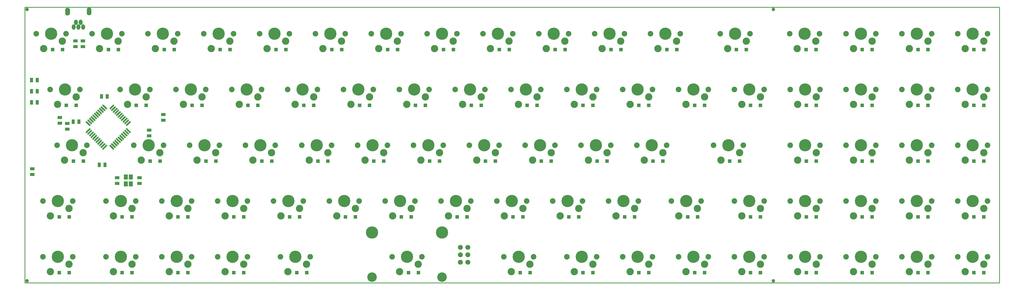
<source format=gbs>
G04 (created by PCBNEW (2013-02-13 BZR 3947)-testing) date 2016.01.05 20:59:58*
%MOIN*%
G04 Gerber Fmt 3.4, Leading zero omitted, Abs format*
%FSLAX34Y34*%
G01*
G70*
G90*
G04 APERTURE LIST*
%ADD10C,0.08*%
%ADD11C,0.009*%
%ADD12C,0.098*%
%ADD13C,0.165*%
%ADD14C,0.075*%
%ADD15C,0.128*%
%ADD16R,0.043X0.063*%
%ADD17C,0.0473701*%
%ADD18C,0.0631181*%
%ADD19O,0.0631181X0.106425*%
%ADD20O,0.0513X0.073*%
%ADD21R,0.0473701X0.0473701*%
%ADD22C,0.024*%
%ADD23R,0.063X0.043*%
%ADD24C,0.0670551*%
%ADD25R,0.0552441X0.0709921*%
G04 APERTURE END LIST*
G54D10*
G54D11*
X100976Y-37191D02*
X131076Y-37191D01*
X100976Y-141D02*
X131076Y-141D01*
X176Y-37191D02*
X176Y-141D01*
X100976Y-37191D02*
X176Y-37191D01*
X131076Y-141D02*
X131076Y-37191D01*
X176Y-141D02*
X100976Y-141D01*
G54D12*
X5526Y-20691D03*
X8026Y-19691D03*
G54D13*
X6526Y-18691D03*
G54D14*
X8526Y-18691D03*
X4526Y-18691D03*
G54D12*
X93676Y-20691D03*
X96176Y-19691D03*
G54D13*
X94676Y-18691D03*
G54D14*
X96676Y-18691D03*
X92676Y-18691D03*
G54D12*
X4576Y-13191D03*
X7076Y-12191D03*
G54D13*
X5576Y-11191D03*
G54D14*
X7576Y-11191D03*
X3576Y-11191D03*
G54D12*
X94576Y-5691D03*
X97076Y-4691D03*
G54D13*
X95576Y-3691D03*
G54D14*
X97576Y-3691D03*
X93576Y-3691D03*
G54D12*
X65526Y-35691D03*
X68026Y-34691D03*
G54D13*
X66526Y-33691D03*
G54D14*
X68526Y-33691D03*
X64526Y-33691D03*
G54D12*
X3626Y-28191D03*
X6126Y-27191D03*
G54D13*
X4626Y-26191D03*
G54D14*
X6626Y-26191D03*
X2626Y-26191D03*
G54D12*
X35526Y-35691D03*
X38026Y-34691D03*
G54D13*
X36526Y-33691D03*
G54D14*
X38526Y-33691D03*
X34526Y-33691D03*
G54D12*
X88026Y-28191D03*
X90526Y-27191D03*
G54D13*
X89026Y-26191D03*
G54D14*
X91026Y-26191D03*
X87026Y-26191D03*
G54D12*
X3626Y-35691D03*
X6126Y-34691D03*
G54D13*
X4626Y-33691D03*
G54D14*
X6626Y-33691D03*
X2626Y-33691D03*
G54D12*
X81476Y-13191D03*
X83976Y-12191D03*
G54D13*
X82476Y-11191D03*
G54D14*
X84476Y-11191D03*
X80476Y-11191D03*
G54D12*
X43976Y-13191D03*
X46476Y-12191D03*
G54D13*
X44976Y-11191D03*
G54D14*
X46976Y-11191D03*
X42976Y-11191D03*
G54D12*
X51476Y-13191D03*
X53976Y-12191D03*
G54D13*
X52476Y-11191D03*
G54D14*
X54476Y-11191D03*
X50476Y-11191D03*
G54D12*
X58976Y-13191D03*
X61476Y-12191D03*
G54D13*
X59976Y-11191D03*
G54D14*
X61976Y-11191D03*
X57976Y-11191D03*
G54D12*
X66476Y-13191D03*
X68976Y-12191D03*
G54D13*
X67476Y-11191D03*
G54D14*
X69476Y-11191D03*
X65476Y-11191D03*
G54D12*
X73976Y-13191D03*
X76476Y-12191D03*
G54D13*
X74976Y-11191D03*
G54D14*
X76976Y-11191D03*
X72976Y-11191D03*
G54D12*
X23326Y-20691D03*
X25826Y-19691D03*
G54D13*
X24326Y-18691D03*
G54D14*
X26326Y-18691D03*
X22326Y-18691D03*
G54D12*
X88976Y-13191D03*
X91476Y-12191D03*
G54D13*
X89976Y-11191D03*
G54D14*
X91976Y-11191D03*
X87976Y-11191D03*
G54D12*
X96476Y-13191D03*
X98976Y-12191D03*
G54D13*
X97476Y-11191D03*
G54D14*
X99476Y-11191D03*
X95476Y-11191D03*
G54D12*
X15826Y-20691D03*
X18326Y-19691D03*
G54D13*
X16826Y-18691D03*
G54D14*
X18826Y-18691D03*
X14826Y-18691D03*
G54D12*
X10226Y-5691D03*
X12726Y-4691D03*
G54D13*
X11226Y-3691D03*
G54D14*
X13226Y-3691D03*
X9226Y-3691D03*
G54D12*
X36476Y-13191D03*
X38976Y-12191D03*
G54D13*
X37476Y-11191D03*
G54D14*
X39476Y-11191D03*
X35476Y-11191D03*
G54D12*
X28976Y-13191D03*
X31476Y-12191D03*
G54D13*
X29976Y-11191D03*
G54D14*
X31976Y-11191D03*
X27976Y-11191D03*
G54D12*
X21476Y-13191D03*
X23976Y-12191D03*
G54D13*
X22476Y-11191D03*
G54D14*
X24476Y-11191D03*
X20476Y-11191D03*
G54D12*
X13976Y-13191D03*
X16476Y-12191D03*
G54D13*
X14976Y-11191D03*
G54D14*
X16976Y-11191D03*
X12976Y-11191D03*
G54D12*
X85226Y-5691D03*
X87726Y-4691D03*
G54D13*
X86226Y-3691D03*
G54D14*
X88226Y-3691D03*
X84226Y-3691D03*
G54D12*
X77726Y-5691D03*
X80226Y-4691D03*
G54D13*
X78726Y-3691D03*
G54D14*
X80726Y-3691D03*
X76726Y-3691D03*
G54D12*
X70226Y-5691D03*
X72726Y-4691D03*
G54D13*
X71226Y-3691D03*
G54D14*
X73226Y-3691D03*
X69226Y-3691D03*
G54D12*
X55226Y-5691D03*
X57726Y-4691D03*
G54D13*
X56226Y-3691D03*
G54D14*
X58226Y-3691D03*
X54226Y-3691D03*
G54D12*
X40226Y-5691D03*
X42726Y-4691D03*
G54D13*
X41226Y-3691D03*
G54D14*
X43226Y-3691D03*
X39226Y-3691D03*
G54D12*
X32726Y-5691D03*
X35226Y-4691D03*
G54D13*
X33726Y-3691D03*
G54D14*
X35726Y-3691D03*
X31726Y-3691D03*
G54D12*
X25226Y-5691D03*
X27726Y-4691D03*
G54D13*
X26226Y-3691D03*
G54D14*
X28226Y-3691D03*
X24226Y-3691D03*
G54D12*
X17726Y-5691D03*
X20226Y-4691D03*
G54D13*
X18726Y-3691D03*
G54D14*
X20726Y-3691D03*
X16726Y-3691D03*
G54D12*
X73976Y-35691D03*
X76476Y-34691D03*
G54D13*
X74976Y-33691D03*
G54D14*
X76976Y-33691D03*
X72976Y-33691D03*
G54D12*
X64576Y-28191D03*
X67076Y-27191D03*
G54D13*
X65576Y-26191D03*
G54D14*
X67576Y-26191D03*
X63576Y-26191D03*
G54D12*
X2726Y-5691D03*
X5226Y-4691D03*
G54D13*
X3726Y-3691D03*
G54D14*
X5726Y-3691D03*
X1726Y-3691D03*
G54D12*
X47726Y-5691D03*
X50226Y-4691D03*
G54D13*
X48726Y-3691D03*
G54D14*
X50726Y-3691D03*
X46726Y-3691D03*
G54D12*
X62726Y-5691D03*
X65226Y-4691D03*
G54D13*
X63726Y-3691D03*
G54D14*
X65726Y-3691D03*
X61726Y-3691D03*
G54D12*
X96476Y-28191D03*
X98976Y-27191D03*
G54D13*
X97476Y-26191D03*
G54D14*
X99476Y-26191D03*
X95476Y-26191D03*
G54D12*
X96476Y-35691D03*
X98976Y-34691D03*
G54D13*
X97476Y-33691D03*
G54D14*
X99476Y-33691D03*
X95476Y-33691D03*
G54D12*
X27076Y-35691D03*
X29576Y-34691D03*
G54D13*
X28076Y-33691D03*
G54D14*
X30076Y-33691D03*
X26076Y-33691D03*
G54D12*
X88976Y-35691D03*
X91476Y-34691D03*
G54D13*
X89976Y-33691D03*
G54D14*
X91976Y-33691D03*
X87976Y-33691D03*
G54D12*
X27076Y-28191D03*
X29576Y-27191D03*
G54D13*
X28076Y-26191D03*
G54D14*
X30076Y-26191D03*
X26076Y-26191D03*
G54D12*
X81476Y-35691D03*
X83976Y-34691D03*
G54D13*
X82476Y-33691D03*
G54D14*
X84476Y-33691D03*
X80476Y-33691D03*
G54D12*
X19576Y-35691D03*
X22076Y-34691D03*
G54D13*
X20576Y-33691D03*
G54D14*
X22576Y-33691D03*
X18576Y-33691D03*
G54D12*
X12076Y-35691D03*
X14576Y-34691D03*
G54D13*
X13076Y-33691D03*
G54D14*
X15076Y-33691D03*
X11076Y-33691D03*
G54D12*
X79576Y-28191D03*
X82076Y-27191D03*
G54D13*
X80576Y-26191D03*
G54D14*
X82576Y-26191D03*
X78576Y-26191D03*
G54D12*
X72076Y-28191D03*
X74576Y-27191D03*
G54D13*
X73076Y-26191D03*
G54D14*
X75076Y-26191D03*
X71076Y-26191D03*
G54D12*
X30826Y-20691D03*
X33326Y-19691D03*
G54D13*
X31826Y-18691D03*
G54D14*
X33826Y-18691D03*
X29826Y-18691D03*
G54D12*
X57076Y-28191D03*
X59576Y-27191D03*
G54D13*
X58076Y-26191D03*
G54D14*
X60076Y-26191D03*
X56076Y-26191D03*
G54D12*
X49576Y-28191D03*
X52076Y-27191D03*
G54D13*
X50576Y-26191D03*
G54D14*
X52576Y-26191D03*
X48576Y-26191D03*
G54D12*
X42076Y-28191D03*
X44576Y-27191D03*
G54D13*
X43076Y-26191D03*
G54D14*
X45076Y-26191D03*
X41076Y-26191D03*
G54D12*
X34576Y-28191D03*
X37076Y-27191D03*
G54D13*
X35576Y-26191D03*
G54D14*
X37576Y-26191D03*
X33576Y-26191D03*
G54D12*
X19576Y-28191D03*
X22076Y-27191D03*
G54D13*
X20576Y-26191D03*
G54D14*
X22576Y-26191D03*
X18576Y-26191D03*
G54D12*
X12076Y-28191D03*
X14576Y-27191D03*
G54D13*
X13076Y-26191D03*
G54D14*
X15076Y-26191D03*
X11076Y-26191D03*
G54D12*
X83376Y-20691D03*
X85876Y-19691D03*
G54D13*
X84376Y-18691D03*
G54D14*
X86376Y-18691D03*
X82376Y-18691D03*
G54D12*
X75876Y-20691D03*
X78376Y-19691D03*
G54D13*
X76876Y-18691D03*
G54D14*
X78876Y-18691D03*
X74876Y-18691D03*
G54D12*
X68376Y-20691D03*
X70876Y-19691D03*
G54D13*
X69376Y-18691D03*
G54D14*
X71376Y-18691D03*
X67376Y-18691D03*
G54D12*
X60876Y-20691D03*
X63376Y-19691D03*
G54D13*
X61876Y-18691D03*
G54D14*
X63876Y-18691D03*
X59876Y-18691D03*
G54D12*
X53376Y-20691D03*
X55876Y-19691D03*
G54D13*
X54376Y-18691D03*
G54D14*
X56376Y-18691D03*
X52376Y-18691D03*
G54D12*
X45876Y-20691D03*
X48376Y-19691D03*
G54D13*
X46876Y-18691D03*
G54D14*
X48876Y-18691D03*
X44876Y-18691D03*
G54D12*
X38376Y-20691D03*
X40876Y-19691D03*
G54D13*
X39376Y-18691D03*
G54D14*
X41376Y-18691D03*
X37376Y-18691D03*
G54D12*
X50526Y-35691D03*
X53026Y-34691D03*
G54D13*
X51526Y-33691D03*
G54D14*
X53526Y-33691D03*
X49526Y-33691D03*
G54D15*
X56226Y-36441D03*
X46826Y-36441D03*
G54D13*
X56226Y-30441D03*
X46826Y-30441D03*
G54D16*
X1101Y-12941D03*
X1851Y-12941D03*
X1101Y-11441D03*
X1851Y-11441D03*
X1101Y-9941D03*
X1851Y-9941D03*
G54D17*
X100726Y-441D03*
X100726Y-36941D03*
X476Y-36941D03*
X476Y-441D03*
G54D18*
X8833Y-504D03*
X8831Y-711D03*
X8833Y-900D03*
G54D19*
X8833Y-702D03*
G54D20*
X6746Y-2785D03*
X7061Y-2154D03*
X7376Y-2785D03*
X7691Y-2154D03*
X8006Y-2785D03*
G54D19*
X5939Y-717D03*
G54D18*
X5940Y-913D03*
X5942Y-715D03*
X5940Y-519D03*
G54D21*
X29595Y-28341D03*
X28256Y-28341D03*
X76495Y-13341D03*
X75156Y-13341D03*
X72745Y-5841D03*
X71406Y-5841D03*
X68995Y-13341D03*
X67656Y-13341D03*
X70895Y-20841D03*
X69556Y-20841D03*
X38995Y-13341D03*
X37656Y-13341D03*
X63395Y-20841D03*
X62056Y-20841D03*
X61495Y-13341D03*
X60156Y-13341D03*
X65245Y-5841D03*
X63906Y-5841D03*
X57745Y-5841D03*
X56406Y-5841D03*
X53995Y-13341D03*
X52656Y-13341D03*
X55895Y-20841D03*
X54556Y-20841D03*
X40895Y-20841D03*
X39556Y-20841D03*
X5245Y-5841D03*
X3906Y-5841D03*
X50245Y-5841D03*
X48906Y-5841D03*
X35245Y-5841D03*
X33906Y-5841D03*
X80245Y-5841D03*
X78906Y-5841D03*
X33345Y-20841D03*
X32006Y-20841D03*
X31495Y-13341D03*
X30156Y-13341D03*
X27745Y-5841D03*
X26406Y-5841D03*
X44595Y-28341D03*
X43256Y-28341D03*
X48395Y-20841D03*
X47056Y-20841D03*
X46495Y-13341D03*
X45156Y-13341D03*
X42745Y-5841D03*
X41406Y-5841D03*
X22095Y-28341D03*
X20756Y-28341D03*
X14595Y-28341D03*
X13256Y-28341D03*
X25845Y-20841D03*
X24506Y-20841D03*
X23995Y-13341D03*
X22656Y-13341D03*
X18345Y-20841D03*
X17006Y-20841D03*
X16495Y-13341D03*
X15156Y-13341D03*
X20245Y-5841D03*
X18906Y-5841D03*
X97095Y-5841D03*
X95756Y-5841D03*
X76495Y-35841D03*
X75156Y-35841D03*
X68045Y-35841D03*
X66706Y-35841D03*
X29595Y-35841D03*
X28256Y-35841D03*
X38045Y-35841D03*
X36706Y-35841D03*
X6145Y-28341D03*
X4806Y-28341D03*
X8045Y-20841D03*
X6706Y-20841D03*
X22095Y-35841D03*
X20756Y-35841D03*
X14595Y-35841D03*
X13256Y-35841D03*
X6145Y-35841D03*
X4806Y-35841D03*
X59595Y-28341D03*
X58256Y-28341D03*
X52095Y-28341D03*
X50756Y-28341D03*
X37095Y-28341D03*
X35756Y-28341D03*
X87745Y-5841D03*
X86406Y-5841D03*
X7095Y-13341D03*
X5756Y-13341D03*
X91495Y-13341D03*
X90156Y-13341D03*
X98995Y-13341D03*
X97656Y-13341D03*
X85895Y-20841D03*
X84556Y-20841D03*
X96195Y-20841D03*
X94856Y-20841D03*
X83995Y-35841D03*
X82656Y-35841D03*
X91495Y-35841D03*
X90156Y-35841D03*
X98995Y-35841D03*
X97656Y-35841D03*
X98995Y-28341D03*
X97656Y-28341D03*
X90545Y-28341D03*
X89206Y-28341D03*
X82095Y-28341D03*
X80756Y-28341D03*
X74595Y-28341D03*
X73256Y-28341D03*
X67095Y-28341D03*
X65756Y-28341D03*
X78395Y-20841D03*
X77056Y-20841D03*
X83995Y-13341D03*
X82656Y-13341D03*
X12745Y-5841D03*
X11406Y-5841D03*
X53045Y-35841D03*
X51706Y-35841D03*
G54D22*
X9992Y-14857D02*
X9577Y-14442D01*
X10215Y-14635D02*
X9799Y-14219D01*
X10438Y-14412D02*
X10022Y-13996D01*
X10661Y-14189D02*
X10245Y-13773D01*
X10883Y-13966D02*
X10468Y-13551D01*
X11106Y-13744D02*
X10690Y-13328D01*
X9770Y-15080D02*
X9354Y-14664D01*
X9547Y-15303D02*
X9131Y-14887D01*
X9324Y-15526D02*
X8908Y-15110D01*
X9101Y-15748D02*
X8686Y-15333D01*
X8879Y-15971D02*
X8463Y-15555D01*
X13174Y-18039D02*
X12759Y-17624D01*
X13397Y-17817D02*
X12981Y-17401D01*
X13620Y-17594D02*
X13204Y-17178D01*
X13843Y-17371D02*
X13427Y-16955D01*
X14065Y-17148D02*
X13650Y-16733D01*
X14288Y-16926D02*
X13872Y-16510D01*
X12952Y-18262D02*
X12536Y-17846D01*
X12729Y-18485D02*
X12313Y-18069D01*
X12506Y-18708D02*
X12090Y-18292D01*
X12283Y-18930D02*
X11868Y-18515D01*
X12061Y-19153D02*
X11645Y-18737D01*
X13174Y-14442D02*
X12759Y-14857D01*
X9992Y-17624D02*
X9577Y-18039D01*
X13397Y-14664D02*
X12981Y-15080D01*
X10215Y-17846D02*
X9799Y-18262D01*
X10438Y-18069D02*
X10022Y-18485D01*
X13620Y-14887D02*
X13204Y-15303D01*
X13843Y-15110D02*
X13427Y-15526D01*
X10661Y-18292D02*
X10245Y-18708D01*
X10883Y-18515D02*
X10468Y-18930D01*
X14065Y-15333D02*
X13650Y-15748D01*
X14288Y-15555D02*
X13872Y-15971D01*
X11106Y-18737D02*
X10690Y-19153D01*
X9770Y-17401D02*
X9354Y-17817D01*
X12952Y-14219D02*
X12536Y-14635D01*
X12729Y-13996D02*
X12313Y-14412D01*
X9547Y-17178D02*
X9131Y-17594D01*
X9324Y-16955D02*
X8908Y-17371D01*
X12506Y-13773D02*
X12090Y-14189D01*
X12283Y-13551D02*
X11868Y-13966D01*
X9101Y-16733D02*
X8686Y-17148D01*
X8879Y-16510D02*
X8463Y-16926D01*
X12061Y-13328D02*
X11645Y-13744D01*
G54D21*
X128995Y-20841D03*
X127656Y-20841D03*
X106445Y-5841D03*
X105106Y-5841D03*
X113995Y-5841D03*
X112656Y-5841D03*
X121495Y-5841D03*
X120156Y-5841D03*
X128995Y-5841D03*
X127656Y-5841D03*
X113995Y-13341D03*
X112656Y-13341D03*
X121495Y-13341D03*
X120156Y-13341D03*
X128995Y-13341D03*
X127656Y-13341D03*
X106495Y-20841D03*
X105156Y-20841D03*
X113995Y-20841D03*
X112656Y-20841D03*
X121495Y-20841D03*
X120156Y-20841D03*
X106495Y-13341D03*
X105156Y-13341D03*
X106495Y-28341D03*
X105156Y-28341D03*
X113995Y-28341D03*
X112656Y-28341D03*
X121495Y-28341D03*
X120156Y-28341D03*
X128995Y-28341D03*
X127656Y-28341D03*
X106495Y-35841D03*
X105156Y-35841D03*
X113995Y-35841D03*
X112656Y-35841D03*
X121495Y-35841D03*
X120156Y-35841D03*
X128995Y-35841D03*
X127656Y-35841D03*
G54D23*
X1176Y-22616D03*
X1176Y-21866D03*
X5876Y-16516D03*
X5876Y-15766D03*
X7976Y-5416D03*
X7976Y-4666D03*
X18776Y-15316D03*
X18776Y-14566D03*
X4876Y-14966D03*
X4876Y-15716D03*
X12576Y-23816D03*
X12576Y-23066D03*
X6976Y-5416D03*
X6976Y-4666D03*
X15576Y-23066D03*
X15576Y-23816D03*
G54D16*
X11251Y-12141D03*
X10501Y-12141D03*
X7451Y-15541D03*
X6701Y-15541D03*
X10201Y-21341D03*
X10951Y-21341D03*
G54D23*
X16876Y-16666D03*
X16876Y-17416D03*
G54D24*
X59676Y-34441D03*
X58676Y-34441D03*
X58676Y-32441D03*
X59676Y-33441D03*
X59676Y-32441D03*
X58676Y-33441D03*
G54D12*
X126476Y-28191D03*
X128976Y-27191D03*
G54D13*
X127476Y-26191D03*
G54D14*
X129476Y-26191D03*
X125476Y-26191D03*
G54D12*
X103976Y-35691D03*
X106476Y-34691D03*
G54D13*
X104976Y-33691D03*
G54D14*
X106976Y-33691D03*
X102976Y-33691D03*
G54D12*
X111476Y-35691D03*
X113976Y-34691D03*
G54D13*
X112476Y-33691D03*
G54D14*
X114476Y-33691D03*
X110476Y-33691D03*
G54D12*
X118976Y-28191D03*
X121476Y-27191D03*
G54D13*
X119976Y-26191D03*
G54D14*
X121976Y-26191D03*
X117976Y-26191D03*
G54D12*
X118976Y-35691D03*
X121476Y-34691D03*
G54D13*
X119976Y-33691D03*
G54D14*
X121976Y-33691D03*
X117976Y-33691D03*
G54D12*
X126476Y-35691D03*
X128976Y-34691D03*
G54D13*
X127476Y-33691D03*
G54D14*
X129476Y-33691D03*
X125476Y-33691D03*
G54D12*
X118976Y-20691D03*
X121476Y-19691D03*
G54D13*
X119976Y-18691D03*
G54D14*
X121976Y-18691D03*
X117976Y-18691D03*
G54D12*
X111476Y-28191D03*
X113976Y-27191D03*
G54D13*
X112476Y-26191D03*
G54D14*
X114476Y-26191D03*
X110476Y-26191D03*
G54D12*
X103976Y-28191D03*
X106476Y-27191D03*
G54D13*
X104976Y-26191D03*
G54D14*
X106976Y-26191D03*
X102976Y-26191D03*
G54D12*
X126476Y-20691D03*
X128976Y-19691D03*
G54D13*
X127476Y-18691D03*
G54D14*
X129476Y-18691D03*
X125476Y-18691D03*
G54D12*
X103926Y-5691D03*
X106426Y-4691D03*
G54D13*
X104926Y-3691D03*
G54D14*
X106926Y-3691D03*
X102926Y-3691D03*
G54D12*
X111476Y-20691D03*
X113976Y-19691D03*
G54D13*
X112476Y-18691D03*
G54D14*
X114476Y-18691D03*
X110476Y-18691D03*
G54D12*
X103976Y-20691D03*
X106476Y-19691D03*
G54D13*
X104976Y-18691D03*
G54D14*
X106976Y-18691D03*
X102976Y-18691D03*
G54D12*
X126476Y-13191D03*
X128976Y-12191D03*
G54D13*
X127476Y-11191D03*
G54D14*
X129476Y-11191D03*
X125476Y-11191D03*
G54D12*
X118976Y-13191D03*
X121476Y-12191D03*
G54D13*
X119976Y-11191D03*
G54D14*
X121976Y-11191D03*
X117976Y-11191D03*
G54D12*
X111476Y-13191D03*
X113976Y-12191D03*
G54D13*
X112476Y-11191D03*
G54D14*
X114476Y-11191D03*
X110476Y-11191D03*
G54D12*
X103976Y-13191D03*
X106476Y-12191D03*
G54D13*
X104976Y-11191D03*
G54D14*
X106976Y-11191D03*
X102976Y-11191D03*
G54D12*
X126476Y-5691D03*
X128976Y-4691D03*
G54D13*
X127476Y-3691D03*
G54D14*
X129476Y-3691D03*
X125476Y-3691D03*
G54D12*
X118976Y-5691D03*
X121476Y-4691D03*
G54D13*
X119976Y-3691D03*
G54D14*
X121976Y-3691D03*
X117976Y-3691D03*
G54D12*
X111476Y-5691D03*
X113976Y-4691D03*
G54D13*
X112476Y-3691D03*
G54D14*
X114476Y-3691D03*
X110476Y-3691D03*
G54D25*
X13741Y-22968D03*
X13741Y-23913D03*
X14410Y-22968D03*
X14410Y-23913D03*
M02*

</source>
